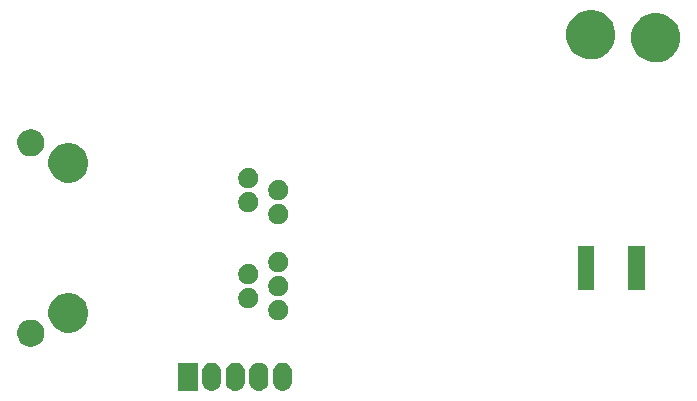
<source format=gbs>
G04 #@! TF.FileFunction,Soldermask,Bot*
%FSLAX45Y45*%
G04 Gerber Fmt 4.5, Leading zero omitted, Abs format (unit mm)*
G04 Created by KiCad (PCBNEW (2015-11-19 BZR 6326, Git 08d9b36)-product) date Mon 23 Nov 2015 03:22:04 AM EST*
%MOMM*%
G01*
G04 APERTURE LIST*
%ADD10C,0.100000*%
G04 APERTURE END LIST*
D10*
G36*
X8756325Y-6451781D02*
X8756325Y-6451781D01*
X8756328Y-6451781D01*
X8771466Y-6456467D01*
X8785407Y-6464005D01*
X8797617Y-6474106D01*
X8807633Y-6486387D01*
X8815073Y-6500380D01*
X8819654Y-6515551D01*
X8821200Y-6531323D01*
X8821200Y-6608689D01*
X8821194Y-6609614D01*
X8821192Y-6609811D01*
X8819426Y-6625560D01*
X8814634Y-6640665D01*
X8806999Y-6654552D01*
X8796813Y-6666692D01*
X8784462Y-6676622D01*
X8770418Y-6683964D01*
X8755215Y-6688439D01*
X8755214Y-6688439D01*
X8755213Y-6688439D01*
X8739433Y-6689875D01*
X8723675Y-6688219D01*
X8723675Y-6688219D01*
X8723673Y-6688219D01*
X8708534Y-6683532D01*
X8694594Y-6675995D01*
X8682383Y-6665893D01*
X8672367Y-6653613D01*
X8664927Y-6639620D01*
X8660346Y-6624449D01*
X8658800Y-6608677D01*
X8658800Y-6531311D01*
X8658807Y-6530291D01*
X8658808Y-6530189D01*
X8660574Y-6514440D01*
X8665366Y-6499335D01*
X8673001Y-6485447D01*
X8683187Y-6473308D01*
X8695538Y-6463377D01*
X8709582Y-6456035D01*
X8724785Y-6451561D01*
X8724787Y-6451561D01*
X8724787Y-6451561D01*
X8740567Y-6450125D01*
X8756325Y-6451781D01*
X8756325Y-6451781D01*
G37*
G36*
X9356325Y-6451781D02*
X9356325Y-6451781D01*
X9356328Y-6451781D01*
X9371466Y-6456467D01*
X9385407Y-6464005D01*
X9397617Y-6474106D01*
X9407633Y-6486387D01*
X9415073Y-6500380D01*
X9419654Y-6515551D01*
X9421200Y-6531323D01*
X9421200Y-6608689D01*
X9421194Y-6609614D01*
X9421192Y-6609811D01*
X9419426Y-6625560D01*
X9414634Y-6640665D01*
X9406999Y-6654552D01*
X9396813Y-6666692D01*
X9384462Y-6676622D01*
X9370418Y-6683964D01*
X9355215Y-6688439D01*
X9355214Y-6688439D01*
X9355213Y-6688439D01*
X9339433Y-6689875D01*
X9323675Y-6688219D01*
X9323675Y-6688219D01*
X9323673Y-6688219D01*
X9308534Y-6683532D01*
X9294594Y-6675995D01*
X9282383Y-6665893D01*
X9272367Y-6653613D01*
X9264927Y-6639620D01*
X9260346Y-6624449D01*
X9258800Y-6608677D01*
X9258800Y-6531311D01*
X9258807Y-6530291D01*
X9258808Y-6530189D01*
X9260574Y-6514440D01*
X9265366Y-6499335D01*
X9273001Y-6485447D01*
X9283187Y-6473308D01*
X9295538Y-6463377D01*
X9309582Y-6456035D01*
X9324785Y-6451561D01*
X9324787Y-6451561D01*
X9324787Y-6451561D01*
X9340567Y-6450125D01*
X9356325Y-6451781D01*
X9356325Y-6451781D01*
G37*
G36*
X9156325Y-6451781D02*
X9156325Y-6451781D01*
X9156328Y-6451781D01*
X9171466Y-6456467D01*
X9185407Y-6464005D01*
X9197617Y-6474106D01*
X9207633Y-6486387D01*
X9215073Y-6500380D01*
X9219654Y-6515551D01*
X9221200Y-6531323D01*
X9221200Y-6608689D01*
X9221194Y-6609614D01*
X9221192Y-6609811D01*
X9219426Y-6625560D01*
X9214634Y-6640665D01*
X9206999Y-6654552D01*
X9196813Y-6666692D01*
X9184462Y-6676622D01*
X9170418Y-6683964D01*
X9155215Y-6688439D01*
X9155214Y-6688439D01*
X9155213Y-6688439D01*
X9139433Y-6689875D01*
X9123675Y-6688219D01*
X9123675Y-6688219D01*
X9123673Y-6688219D01*
X9108534Y-6683532D01*
X9094594Y-6675995D01*
X9082383Y-6665893D01*
X9072367Y-6653613D01*
X9064927Y-6639620D01*
X9060346Y-6624449D01*
X9058800Y-6608677D01*
X9058800Y-6531311D01*
X9058807Y-6530291D01*
X9058808Y-6530189D01*
X9060574Y-6514440D01*
X9065366Y-6499335D01*
X9073001Y-6485447D01*
X9083187Y-6473308D01*
X9095538Y-6463377D01*
X9109582Y-6456035D01*
X9124785Y-6451561D01*
X9124787Y-6451561D01*
X9124787Y-6451561D01*
X9140567Y-6450125D01*
X9156325Y-6451781D01*
X9156325Y-6451781D01*
G37*
G36*
X8956325Y-6451781D02*
X8956325Y-6451781D01*
X8956328Y-6451781D01*
X8971466Y-6456467D01*
X8985407Y-6464005D01*
X8997617Y-6474106D01*
X9007633Y-6486387D01*
X9015073Y-6500380D01*
X9019654Y-6515551D01*
X9021200Y-6531323D01*
X9021200Y-6608689D01*
X9021194Y-6609614D01*
X9021192Y-6609811D01*
X9019426Y-6625560D01*
X9014634Y-6640665D01*
X9006999Y-6654552D01*
X8996813Y-6666692D01*
X8984462Y-6676622D01*
X8970418Y-6683964D01*
X8955215Y-6688439D01*
X8955214Y-6688439D01*
X8955213Y-6688439D01*
X8939433Y-6689875D01*
X8923675Y-6688219D01*
X8923675Y-6688219D01*
X8923673Y-6688219D01*
X8908534Y-6683532D01*
X8894594Y-6675995D01*
X8882383Y-6665893D01*
X8872367Y-6653613D01*
X8864927Y-6639620D01*
X8860346Y-6624449D01*
X8858800Y-6608677D01*
X8858800Y-6531311D01*
X8858807Y-6530291D01*
X8858808Y-6530189D01*
X8860574Y-6514440D01*
X8865366Y-6499335D01*
X8873001Y-6485447D01*
X8883187Y-6473308D01*
X8895538Y-6463377D01*
X8909582Y-6456035D01*
X8924785Y-6451561D01*
X8924787Y-6451561D01*
X8924787Y-6451561D01*
X8940567Y-6450125D01*
X8956325Y-6451781D01*
X8956325Y-6451781D01*
G37*
G36*
X8621200Y-6689300D02*
X8458800Y-6689300D01*
X8458800Y-6450700D01*
X8621200Y-6450700D01*
X8621200Y-6689300D01*
X8621200Y-6689300D01*
G37*
G36*
X7221079Y-6086076D02*
X7243171Y-6090611D01*
X7263961Y-6099351D01*
X7282659Y-6111962D01*
X7298550Y-6127965D01*
X7311030Y-6146749D01*
X7319624Y-6167601D01*
X7324001Y-6189706D01*
X7324001Y-6189706D01*
X7324005Y-6189724D01*
X7323645Y-6215483D01*
X7323641Y-6215500D01*
X7323641Y-6215500D01*
X7318649Y-6237475D01*
X7309476Y-6258078D01*
X7296475Y-6276507D01*
X7280144Y-6292060D01*
X7261102Y-6304144D01*
X7240075Y-6312300D01*
X7217866Y-6316216D01*
X7195317Y-6315743D01*
X7173291Y-6310901D01*
X7152625Y-6301872D01*
X7134105Y-6289000D01*
X7118439Y-6272778D01*
X7106222Y-6253820D01*
X7097920Y-6232852D01*
X7093849Y-6210670D01*
X7094164Y-6188119D01*
X7098853Y-6166059D01*
X7107737Y-6145330D01*
X7120478Y-6126722D01*
X7136592Y-6110942D01*
X7155463Y-6098593D01*
X7176374Y-6090145D01*
X7198527Y-6085919D01*
X7221079Y-6086076D01*
X7221079Y-6086076D01*
G37*
G36*
X7543593Y-5862611D02*
X7575770Y-5869216D01*
X7606053Y-5881946D01*
X7633285Y-5900314D01*
X7656431Y-5923623D01*
X7673236Y-5948916D01*
X7674609Y-5950983D01*
X7676699Y-5956053D01*
X7687127Y-5981353D01*
X7693504Y-6013558D01*
X7693504Y-6013559D01*
X7693507Y-6013576D01*
X7692983Y-6051095D01*
X7692979Y-6051112D01*
X7692979Y-6051112D01*
X7685706Y-6083127D01*
X7672345Y-6113135D01*
X7653410Y-6139978D01*
X7629623Y-6162630D01*
X7601887Y-6180232D01*
X7571262Y-6192110D01*
X7538913Y-6197814D01*
X7506071Y-6197126D01*
X7473989Y-6190073D01*
X7443888Y-6176922D01*
X7416914Y-6158175D01*
X7394096Y-6134546D01*
X7376302Y-6106934D01*
X7364209Y-6076393D01*
X7358280Y-6044084D01*
X7358738Y-6011239D01*
X7365568Y-5979108D01*
X7378508Y-5948916D01*
X7397066Y-5921812D01*
X7420536Y-5898829D01*
X7448022Y-5880843D01*
X7478479Y-5868537D01*
X7510746Y-5862382D01*
X7543593Y-5862611D01*
X7543593Y-5862611D01*
G37*
G36*
X9312928Y-5920056D02*
X9329257Y-5923408D01*
X9344624Y-5929868D01*
X9358443Y-5939189D01*
X9370189Y-5951017D01*
X9379414Y-5964902D01*
X9385766Y-5980313D01*
X9388769Y-5995479D01*
X9389004Y-5996665D01*
X9388738Y-6015705D01*
X9388734Y-6015722D01*
X9388734Y-6015722D01*
X9385045Y-6031960D01*
X9378265Y-6047188D01*
X9368656Y-6060810D01*
X9356585Y-6072305D01*
X9342510Y-6081237D01*
X9326969Y-6087265D01*
X9310553Y-6090160D01*
X9293887Y-6089810D01*
X9277606Y-6086231D01*
X9262331Y-6079558D01*
X9248643Y-6070044D01*
X9237064Y-6058053D01*
X9228034Y-6044041D01*
X9221897Y-6028543D01*
X9218888Y-6012147D01*
X9219121Y-5995479D01*
X9222587Y-5979174D01*
X9229153Y-5963853D01*
X9238571Y-5950099D01*
X9250481Y-5938435D01*
X9264429Y-5929308D01*
X9279885Y-5923064D01*
X9296259Y-5919940D01*
X9312928Y-5920056D01*
X9312928Y-5920056D01*
G37*
G36*
X9058928Y-5818056D02*
X9075257Y-5821408D01*
X9090624Y-5827868D01*
X9104443Y-5837189D01*
X9116189Y-5849017D01*
X9125414Y-5862902D01*
X9131766Y-5878313D01*
X9134769Y-5893479D01*
X9135004Y-5894665D01*
X9134738Y-5913705D01*
X9134734Y-5913722D01*
X9134734Y-5913722D01*
X9131045Y-5929960D01*
X9124265Y-5945188D01*
X9114656Y-5958810D01*
X9102585Y-5970305D01*
X9088510Y-5979237D01*
X9072969Y-5985265D01*
X9056553Y-5988160D01*
X9039887Y-5987810D01*
X9023606Y-5984231D01*
X9008331Y-5977558D01*
X8994643Y-5968044D01*
X8983064Y-5956053D01*
X8974034Y-5942041D01*
X8967897Y-5926543D01*
X8964888Y-5910147D01*
X8965121Y-5893479D01*
X8968587Y-5877174D01*
X8975153Y-5861853D01*
X8984571Y-5848099D01*
X8996481Y-5836435D01*
X9010429Y-5827308D01*
X9025885Y-5821064D01*
X9042259Y-5817940D01*
X9058928Y-5818056D01*
X9058928Y-5818056D01*
G37*
G36*
X9312928Y-5717056D02*
X9329257Y-5720408D01*
X9344624Y-5726868D01*
X9358443Y-5736189D01*
X9370189Y-5748017D01*
X9379414Y-5761902D01*
X9385766Y-5777313D01*
X9388769Y-5792479D01*
X9389004Y-5793665D01*
X9388738Y-5812705D01*
X9388734Y-5812722D01*
X9388734Y-5812722D01*
X9385045Y-5828960D01*
X9378265Y-5844188D01*
X9368656Y-5857810D01*
X9356585Y-5869305D01*
X9342510Y-5878237D01*
X9326969Y-5884265D01*
X9310553Y-5887160D01*
X9293887Y-5886810D01*
X9277606Y-5883231D01*
X9262331Y-5876558D01*
X9248643Y-5867044D01*
X9237064Y-5855053D01*
X9228034Y-5841041D01*
X9221897Y-5825543D01*
X9218888Y-5809147D01*
X9219121Y-5792479D01*
X9222587Y-5776174D01*
X9229153Y-5760853D01*
X9238571Y-5747099D01*
X9250481Y-5735435D01*
X9264429Y-5726308D01*
X9279885Y-5720064D01*
X9296259Y-5716940D01*
X9312928Y-5717056D01*
X9312928Y-5717056D01*
G37*
G36*
X12409340Y-5835000D02*
X12269340Y-5835000D01*
X12269340Y-5465000D01*
X12409340Y-5465000D01*
X12409340Y-5835000D01*
X12409340Y-5835000D01*
G37*
G36*
X11979340Y-5835000D02*
X11839340Y-5835000D01*
X11839340Y-5465000D01*
X11979340Y-5465000D01*
X11979340Y-5835000D01*
X11979340Y-5835000D01*
G37*
G36*
X9058928Y-5615056D02*
X9075257Y-5618408D01*
X9090624Y-5624868D01*
X9104443Y-5634189D01*
X9116189Y-5646017D01*
X9125414Y-5659902D01*
X9131766Y-5675313D01*
X9134769Y-5690479D01*
X9135004Y-5691665D01*
X9134738Y-5710705D01*
X9134734Y-5710722D01*
X9134734Y-5710722D01*
X9131045Y-5726960D01*
X9124265Y-5742188D01*
X9114656Y-5755810D01*
X9102585Y-5767305D01*
X9088510Y-5776237D01*
X9072969Y-5782265D01*
X9056553Y-5785160D01*
X9039887Y-5784810D01*
X9023606Y-5781231D01*
X9008331Y-5774558D01*
X8994643Y-5765044D01*
X8983064Y-5753053D01*
X8974034Y-5739041D01*
X8967897Y-5723543D01*
X8964888Y-5707147D01*
X8965121Y-5690479D01*
X8968587Y-5674174D01*
X8975153Y-5658853D01*
X8984571Y-5645099D01*
X8996481Y-5633435D01*
X9010429Y-5624308D01*
X9025885Y-5618064D01*
X9042259Y-5614940D01*
X9058928Y-5615056D01*
X9058928Y-5615056D01*
G37*
G36*
X9312928Y-5514057D02*
X9329257Y-5517408D01*
X9344624Y-5523868D01*
X9358443Y-5533190D01*
X9370189Y-5545017D01*
X9379414Y-5558902D01*
X9385766Y-5574314D01*
X9388769Y-5589479D01*
X9389004Y-5590665D01*
X9388738Y-5609705D01*
X9388734Y-5609722D01*
X9388734Y-5609722D01*
X9385045Y-5625960D01*
X9378265Y-5641188D01*
X9368656Y-5654810D01*
X9356585Y-5666305D01*
X9342510Y-5675237D01*
X9326969Y-5681265D01*
X9310553Y-5684160D01*
X9293887Y-5683810D01*
X9277606Y-5680231D01*
X9262331Y-5673558D01*
X9248643Y-5664044D01*
X9237064Y-5652053D01*
X9228034Y-5638041D01*
X9221897Y-5622543D01*
X9218888Y-5606147D01*
X9219121Y-5589479D01*
X9222587Y-5573174D01*
X9229153Y-5557853D01*
X9238571Y-5544099D01*
X9250481Y-5532436D01*
X9264429Y-5523308D01*
X9279885Y-5517064D01*
X9296259Y-5513940D01*
X9312928Y-5514057D01*
X9312928Y-5514057D01*
G37*
G36*
X9312928Y-5108057D02*
X9329257Y-5111408D01*
X9344624Y-5117868D01*
X9358443Y-5127190D01*
X9370189Y-5139017D01*
X9379414Y-5152902D01*
X9385766Y-5168314D01*
X9388769Y-5183479D01*
X9389004Y-5184665D01*
X9388738Y-5203705D01*
X9388734Y-5203722D01*
X9388734Y-5203722D01*
X9385045Y-5219960D01*
X9378265Y-5235188D01*
X9368656Y-5248810D01*
X9356585Y-5260305D01*
X9342510Y-5269237D01*
X9326969Y-5275265D01*
X9310553Y-5278160D01*
X9293887Y-5277811D01*
X9277606Y-5274231D01*
X9262331Y-5267558D01*
X9248643Y-5258044D01*
X9237064Y-5246053D01*
X9228034Y-5232041D01*
X9221897Y-5216543D01*
X9218888Y-5200147D01*
X9219121Y-5183479D01*
X9222587Y-5167174D01*
X9229153Y-5151853D01*
X9238571Y-5138099D01*
X9250481Y-5126436D01*
X9264429Y-5117308D01*
X9279885Y-5111064D01*
X9296259Y-5107940D01*
X9312928Y-5108057D01*
X9312928Y-5108057D01*
G37*
G36*
X9058928Y-5006057D02*
X9075257Y-5009408D01*
X9090624Y-5015868D01*
X9104443Y-5025190D01*
X9116189Y-5037017D01*
X9125414Y-5050902D01*
X9131766Y-5066314D01*
X9134769Y-5081479D01*
X9135004Y-5082665D01*
X9134738Y-5101705D01*
X9134734Y-5101722D01*
X9134734Y-5101722D01*
X9131045Y-5117960D01*
X9124265Y-5133188D01*
X9114656Y-5146810D01*
X9102585Y-5158305D01*
X9088510Y-5167237D01*
X9072969Y-5173265D01*
X9056553Y-5176160D01*
X9039887Y-5175811D01*
X9023606Y-5172231D01*
X9008331Y-5165558D01*
X8994643Y-5156044D01*
X8983064Y-5144053D01*
X8974034Y-5130041D01*
X8967897Y-5114543D01*
X8964888Y-5098147D01*
X8965121Y-5081479D01*
X8968587Y-5065174D01*
X8975153Y-5049853D01*
X8984571Y-5036099D01*
X8996481Y-5024436D01*
X9010429Y-5015308D01*
X9025885Y-5009064D01*
X9042259Y-5005940D01*
X9058928Y-5006057D01*
X9058928Y-5006057D01*
G37*
G36*
X9312928Y-4905057D02*
X9329257Y-4908408D01*
X9344624Y-4914868D01*
X9358443Y-4924190D01*
X9370189Y-4936017D01*
X9379414Y-4949902D01*
X9385766Y-4965314D01*
X9388769Y-4980479D01*
X9389004Y-4981665D01*
X9388738Y-5000705D01*
X9388734Y-5000722D01*
X9388734Y-5000722D01*
X9385045Y-5016960D01*
X9378265Y-5032188D01*
X9368656Y-5045810D01*
X9356585Y-5057305D01*
X9342510Y-5066237D01*
X9326969Y-5072265D01*
X9310553Y-5075160D01*
X9293887Y-5074811D01*
X9277606Y-5071231D01*
X9262331Y-5064558D01*
X9248643Y-5055044D01*
X9237064Y-5043053D01*
X9228034Y-5029041D01*
X9221897Y-5013543D01*
X9218888Y-4997147D01*
X9219121Y-4980479D01*
X9222587Y-4964174D01*
X9229153Y-4948853D01*
X9238571Y-4935099D01*
X9250481Y-4923436D01*
X9264429Y-4914308D01*
X9279885Y-4908064D01*
X9296259Y-4904940D01*
X9312928Y-4905057D01*
X9312928Y-4905057D01*
G37*
G36*
X9058928Y-4803057D02*
X9075257Y-4806408D01*
X9090624Y-4812868D01*
X9104443Y-4822190D01*
X9116189Y-4834017D01*
X9125414Y-4847902D01*
X9131766Y-4863314D01*
X9134769Y-4878479D01*
X9135004Y-4879665D01*
X9134738Y-4898705D01*
X9134734Y-4898722D01*
X9134734Y-4898722D01*
X9131045Y-4914960D01*
X9124265Y-4930188D01*
X9114656Y-4943810D01*
X9102585Y-4955305D01*
X9088510Y-4964237D01*
X9072969Y-4970265D01*
X9056553Y-4973160D01*
X9039887Y-4972811D01*
X9023606Y-4969231D01*
X9008331Y-4962558D01*
X8994643Y-4953044D01*
X8983064Y-4941053D01*
X8974034Y-4927041D01*
X8967897Y-4911543D01*
X8964888Y-4895147D01*
X8965121Y-4878479D01*
X8968587Y-4862174D01*
X8975153Y-4846853D01*
X8984571Y-4833099D01*
X8996481Y-4821436D01*
X9010429Y-4812308D01*
X9025885Y-4806064D01*
X9042259Y-4802940D01*
X9058928Y-4803057D01*
X9058928Y-4803057D01*
G37*
G36*
X7543593Y-4592611D02*
X7575770Y-4599216D01*
X7606053Y-4611946D01*
X7633285Y-4630315D01*
X7656431Y-4653623D01*
X7674609Y-4680983D01*
X7687127Y-4711353D01*
X7693504Y-4743558D01*
X7693504Y-4743559D01*
X7693507Y-4743576D01*
X7692983Y-4781095D01*
X7692979Y-4781112D01*
X7692979Y-4781112D01*
X7685706Y-4813127D01*
X7672345Y-4843136D01*
X7653410Y-4869978D01*
X7629623Y-4892630D01*
X7601887Y-4910232D01*
X7571262Y-4922111D01*
X7538913Y-4927815D01*
X7506071Y-4927127D01*
X7473989Y-4920073D01*
X7443888Y-4906922D01*
X7416914Y-4888175D01*
X7394096Y-4864546D01*
X7376302Y-4836934D01*
X7364209Y-4806393D01*
X7358280Y-4774084D01*
X7358738Y-4741239D01*
X7365568Y-4709108D01*
X7378508Y-4678916D01*
X7397066Y-4651812D01*
X7420536Y-4628829D01*
X7448022Y-4610843D01*
X7478479Y-4598537D01*
X7510746Y-4592382D01*
X7543593Y-4592611D01*
X7543593Y-4592611D01*
G37*
G36*
X7221079Y-4473077D02*
X7243171Y-4477611D01*
X7263961Y-4486351D01*
X7282659Y-4498962D01*
X7298550Y-4514965D01*
X7311030Y-4533749D01*
X7319624Y-4554601D01*
X7324001Y-4576706D01*
X7324001Y-4576707D01*
X7324005Y-4576724D01*
X7323645Y-4602483D01*
X7323641Y-4602500D01*
X7323641Y-4602500D01*
X7318649Y-4624475D01*
X7309476Y-4645078D01*
X7296475Y-4663507D01*
X7280144Y-4679060D01*
X7261102Y-4691144D01*
X7240075Y-4699300D01*
X7217866Y-4703216D01*
X7195317Y-4702744D01*
X7173291Y-4697901D01*
X7152625Y-4688872D01*
X7134105Y-4676000D01*
X7118439Y-4659778D01*
X7106222Y-4640821D01*
X7097920Y-4619852D01*
X7093849Y-4597670D01*
X7094164Y-4575119D01*
X7098853Y-4553059D01*
X7107737Y-4532330D01*
X7120478Y-4513722D01*
X7136592Y-4497942D01*
X7155463Y-4485594D01*
X7176374Y-4477145D01*
X7198527Y-4472919D01*
X7221079Y-4473077D01*
X7221079Y-4473077D01*
G37*
G36*
X12521868Y-3491938D02*
X12561864Y-3500148D01*
X12599504Y-3515971D01*
X12633354Y-3538803D01*
X12662124Y-3567775D01*
X12684719Y-3601783D01*
X12700278Y-3639532D01*
X12703259Y-3654585D01*
X12708209Y-3679585D01*
X12707558Y-3726221D01*
X12707554Y-3726237D01*
X12707554Y-3726238D01*
X12698512Y-3766036D01*
X12681905Y-3803336D01*
X12658369Y-3836701D01*
X12628801Y-3864858D01*
X12594327Y-3886736D01*
X12556260Y-3901501D01*
X12516050Y-3908591D01*
X12475229Y-3907736D01*
X12435351Y-3898968D01*
X12397936Y-3882622D01*
X12364408Y-3859319D01*
X12336046Y-3829949D01*
X12313927Y-3795628D01*
X12298897Y-3757665D01*
X12291526Y-3717506D01*
X12292096Y-3676680D01*
X12300585Y-3636742D01*
X12316670Y-3599214D01*
X12339738Y-3565524D01*
X12362969Y-3542775D01*
X12368910Y-3536957D01*
X12368910Y-3536956D01*
X12403075Y-3514600D01*
X12440932Y-3499304D01*
X12481039Y-3491653D01*
X12521868Y-3491938D01*
X12521868Y-3491938D01*
G37*
G36*
X11971868Y-3466938D02*
X12011864Y-3475148D01*
X12049504Y-3490971D01*
X12083354Y-3513803D01*
X12112124Y-3542775D01*
X12134719Y-3576783D01*
X12150278Y-3614532D01*
X12157634Y-3651680D01*
X12158209Y-3654585D01*
X12157558Y-3701221D01*
X12157554Y-3701237D01*
X12157554Y-3701238D01*
X12148512Y-3741036D01*
X12131905Y-3778336D01*
X12108369Y-3811701D01*
X12078801Y-3839858D01*
X12044327Y-3861736D01*
X12006260Y-3876501D01*
X11966050Y-3883591D01*
X11925229Y-3882736D01*
X11885351Y-3873968D01*
X11847936Y-3857622D01*
X11814408Y-3834319D01*
X11786046Y-3804949D01*
X11763927Y-3770628D01*
X11748897Y-3732665D01*
X11741526Y-3692506D01*
X11742096Y-3651680D01*
X11750585Y-3611742D01*
X11766670Y-3574214D01*
X11789738Y-3540524D01*
X11804639Y-3525931D01*
X11818910Y-3511957D01*
X11818910Y-3511956D01*
X11853075Y-3489600D01*
X11890932Y-3474304D01*
X11931039Y-3466653D01*
X11971868Y-3466938D01*
X11971868Y-3466938D01*
G37*
M02*

</source>
